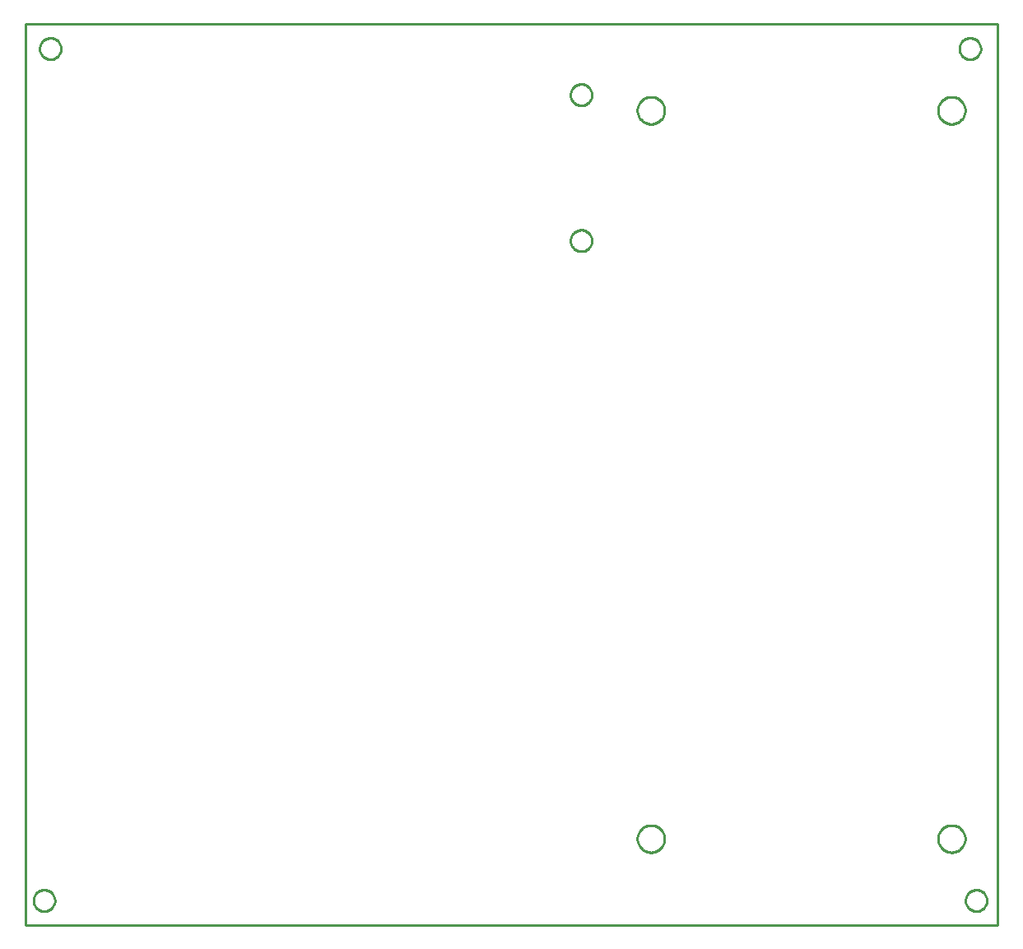
<source format=gbr>
G04 EAGLE Gerber RS-274X export*
G75*
%MOMM*%
%FSLAX34Y34*%
%LPD*%
%IN*%
%IPPOS*%
%AMOC8*
5,1,8,0,0,1.08239X$1,22.5*%
G01*
%ADD10C,0.254000*%


D10*
X0Y0D02*
X1000000Y0D01*
X1000000Y927000D01*
X0Y927000D01*
X0Y0D01*
X982550Y901268D02*
X982482Y900406D01*
X982347Y899552D01*
X982145Y898712D01*
X981878Y897890D01*
X981547Y897091D01*
X981155Y896321D01*
X980703Y895584D01*
X980195Y894885D01*
X979634Y894227D01*
X979023Y893616D01*
X978365Y893055D01*
X977666Y892547D01*
X976929Y892095D01*
X976159Y891703D01*
X975360Y891372D01*
X974538Y891105D01*
X973698Y890903D01*
X972844Y890768D01*
X971982Y890700D01*
X971118Y890700D01*
X970256Y890768D01*
X969402Y890903D01*
X968562Y891105D01*
X967740Y891372D01*
X966941Y891703D01*
X966171Y892095D01*
X965434Y892547D01*
X964735Y893055D01*
X964077Y893616D01*
X963466Y894227D01*
X962905Y894885D01*
X962397Y895584D01*
X961945Y896321D01*
X961553Y897091D01*
X961222Y897890D01*
X960955Y898712D01*
X960753Y899552D01*
X960618Y900406D01*
X960550Y901268D01*
X960550Y902132D01*
X960618Y902994D01*
X960753Y903848D01*
X960955Y904688D01*
X961222Y905510D01*
X961553Y906309D01*
X961945Y907079D01*
X962397Y907816D01*
X962905Y908515D01*
X963466Y909173D01*
X964077Y909784D01*
X964735Y910345D01*
X965434Y910853D01*
X966171Y911305D01*
X966941Y911697D01*
X967740Y912028D01*
X968562Y912295D01*
X969402Y912497D01*
X970256Y912632D01*
X971118Y912700D01*
X971982Y912700D01*
X972844Y912632D01*
X973698Y912497D01*
X974538Y912295D01*
X975360Y912028D01*
X976159Y911697D01*
X976929Y911305D01*
X977666Y910853D01*
X978365Y910345D01*
X979023Y909784D01*
X979634Y909173D01*
X980195Y908515D01*
X980703Y907816D01*
X981155Y907079D01*
X981547Y906309D01*
X981878Y905510D01*
X982145Y904688D01*
X982347Y903848D01*
X982482Y902994D01*
X982550Y902132D01*
X982550Y901268D01*
X988900Y24968D02*
X988832Y24106D01*
X988697Y23252D01*
X988495Y22412D01*
X988228Y21590D01*
X987897Y20791D01*
X987505Y20021D01*
X987053Y19284D01*
X986545Y18585D01*
X985984Y17927D01*
X985373Y17316D01*
X984715Y16755D01*
X984016Y16247D01*
X983279Y15795D01*
X982509Y15403D01*
X981710Y15072D01*
X980888Y14805D01*
X980048Y14603D01*
X979194Y14468D01*
X978332Y14400D01*
X977468Y14400D01*
X976606Y14468D01*
X975752Y14603D01*
X974912Y14805D01*
X974090Y15072D01*
X973291Y15403D01*
X972521Y15795D01*
X971784Y16247D01*
X971085Y16755D01*
X970427Y17316D01*
X969816Y17927D01*
X969255Y18585D01*
X968747Y19284D01*
X968295Y20021D01*
X967903Y20791D01*
X967572Y21590D01*
X967305Y22412D01*
X967103Y23252D01*
X966968Y24106D01*
X966900Y24968D01*
X966900Y25832D01*
X966968Y26694D01*
X967103Y27548D01*
X967305Y28388D01*
X967572Y29210D01*
X967903Y30009D01*
X968295Y30779D01*
X968747Y31516D01*
X969255Y32215D01*
X969816Y32873D01*
X970427Y33484D01*
X971085Y34045D01*
X971784Y34553D01*
X972521Y35005D01*
X973291Y35397D01*
X974090Y35728D01*
X974912Y35995D01*
X975752Y36197D01*
X976606Y36332D01*
X977468Y36400D01*
X978332Y36400D01*
X979194Y36332D01*
X980048Y36197D01*
X980888Y35995D01*
X981710Y35728D01*
X982509Y35397D01*
X983279Y35005D01*
X984016Y34553D01*
X984715Y34045D01*
X985373Y33484D01*
X985984Y32873D01*
X986545Y32215D01*
X987053Y31516D01*
X987505Y30779D01*
X987897Y30009D01*
X988228Y29210D01*
X988495Y28388D01*
X988697Y27548D01*
X988832Y26694D01*
X988900Y25832D01*
X988900Y24968D01*
X30050Y24968D02*
X29982Y24106D01*
X29847Y23252D01*
X29645Y22412D01*
X29378Y21590D01*
X29047Y20791D01*
X28655Y20021D01*
X28203Y19284D01*
X27695Y18585D01*
X27134Y17927D01*
X26523Y17316D01*
X25865Y16755D01*
X25166Y16247D01*
X24429Y15795D01*
X23659Y15403D01*
X22860Y15072D01*
X22038Y14805D01*
X21198Y14603D01*
X20344Y14468D01*
X19482Y14400D01*
X18618Y14400D01*
X17756Y14468D01*
X16902Y14603D01*
X16062Y14805D01*
X15240Y15072D01*
X14441Y15403D01*
X13671Y15795D01*
X12934Y16247D01*
X12235Y16755D01*
X11577Y17316D01*
X10966Y17927D01*
X10405Y18585D01*
X9897Y19284D01*
X9445Y20021D01*
X9053Y20791D01*
X8722Y21590D01*
X8455Y22412D01*
X8253Y23252D01*
X8118Y24106D01*
X8050Y24968D01*
X8050Y25832D01*
X8118Y26694D01*
X8253Y27548D01*
X8455Y28388D01*
X8722Y29210D01*
X9053Y30009D01*
X9445Y30779D01*
X9897Y31516D01*
X10405Y32215D01*
X10966Y32873D01*
X11577Y33484D01*
X12235Y34045D01*
X12934Y34553D01*
X13671Y35005D01*
X14441Y35397D01*
X15240Y35728D01*
X16062Y35995D01*
X16902Y36197D01*
X17756Y36332D01*
X18618Y36400D01*
X19482Y36400D01*
X20344Y36332D01*
X21198Y36197D01*
X22038Y35995D01*
X22860Y35728D01*
X23659Y35397D01*
X24429Y35005D01*
X25166Y34553D01*
X25865Y34045D01*
X26523Y33484D01*
X27134Y32873D01*
X27695Y32215D01*
X28203Y31516D01*
X28655Y30779D01*
X29047Y30009D01*
X29378Y29210D01*
X29645Y28388D01*
X29847Y27548D01*
X29982Y26694D01*
X30050Y25832D01*
X30050Y24968D01*
X36400Y901268D02*
X36332Y900406D01*
X36197Y899552D01*
X35995Y898712D01*
X35728Y897890D01*
X35397Y897091D01*
X35005Y896321D01*
X34553Y895584D01*
X34045Y894885D01*
X33484Y894227D01*
X32873Y893616D01*
X32215Y893055D01*
X31516Y892547D01*
X30779Y892095D01*
X30009Y891703D01*
X29210Y891372D01*
X28388Y891105D01*
X27548Y890903D01*
X26694Y890768D01*
X25832Y890700D01*
X24968Y890700D01*
X24106Y890768D01*
X23252Y890903D01*
X22412Y891105D01*
X21590Y891372D01*
X20791Y891703D01*
X20021Y892095D01*
X19284Y892547D01*
X18585Y893055D01*
X17927Y893616D01*
X17316Y894227D01*
X16755Y894885D01*
X16247Y895584D01*
X15795Y896321D01*
X15403Y897091D01*
X15072Y897890D01*
X14805Y898712D01*
X14603Y899552D01*
X14468Y900406D01*
X14400Y901268D01*
X14400Y902132D01*
X14468Y902994D01*
X14603Y903848D01*
X14805Y904688D01*
X15072Y905510D01*
X15403Y906309D01*
X15795Y907079D01*
X16247Y907816D01*
X16755Y908515D01*
X17316Y909173D01*
X17927Y909784D01*
X18585Y910345D01*
X19284Y910853D01*
X20021Y911305D01*
X20791Y911697D01*
X21590Y912028D01*
X22412Y912295D01*
X23252Y912497D01*
X24106Y912632D01*
X24968Y912700D01*
X25832Y912700D01*
X26694Y912632D01*
X27548Y912497D01*
X28388Y912295D01*
X29210Y912028D01*
X30009Y911697D01*
X30779Y911305D01*
X31516Y910853D01*
X32215Y910345D01*
X32873Y909784D01*
X33484Y909173D01*
X34045Y908515D01*
X34553Y907816D01*
X35005Y907079D01*
X35397Y906309D01*
X35728Y905510D01*
X35995Y904688D01*
X36197Y903848D01*
X36332Y902994D01*
X36400Y902132D01*
X36400Y901268D01*
X571068Y843150D02*
X570206Y843218D01*
X569352Y843353D01*
X568512Y843555D01*
X567690Y843822D01*
X566891Y844153D01*
X566121Y844545D01*
X565384Y844997D01*
X564685Y845505D01*
X564027Y846066D01*
X563416Y846677D01*
X562855Y847335D01*
X562347Y848034D01*
X561895Y848771D01*
X561503Y849541D01*
X561172Y850340D01*
X560905Y851162D01*
X560703Y852002D01*
X560568Y852856D01*
X560500Y853718D01*
X560500Y854582D01*
X560568Y855444D01*
X560703Y856298D01*
X560905Y857138D01*
X561172Y857960D01*
X561503Y858759D01*
X561895Y859529D01*
X562347Y860266D01*
X562855Y860965D01*
X563416Y861623D01*
X564027Y862234D01*
X564685Y862795D01*
X565384Y863303D01*
X566121Y863755D01*
X566891Y864147D01*
X567690Y864478D01*
X568512Y864745D01*
X569352Y864947D01*
X570206Y865082D01*
X571068Y865150D01*
X571932Y865150D01*
X572794Y865082D01*
X573648Y864947D01*
X574488Y864745D01*
X575310Y864478D01*
X576109Y864147D01*
X576879Y863755D01*
X577616Y863303D01*
X578315Y862795D01*
X578973Y862234D01*
X579584Y861623D01*
X580145Y860965D01*
X580653Y860266D01*
X581105Y859529D01*
X581497Y858759D01*
X581828Y857960D01*
X582095Y857138D01*
X582297Y856298D01*
X582432Y855444D01*
X582500Y854582D01*
X582500Y853718D01*
X582432Y852856D01*
X582297Y852002D01*
X582095Y851162D01*
X581828Y850340D01*
X581497Y849541D01*
X581105Y848771D01*
X580653Y848034D01*
X580145Y847335D01*
X579584Y846677D01*
X578973Y846066D01*
X578315Y845505D01*
X577616Y844997D01*
X576879Y844545D01*
X576109Y844153D01*
X575310Y843822D01*
X574488Y843555D01*
X573648Y843353D01*
X572794Y843218D01*
X571932Y843150D01*
X571068Y843150D01*
X571068Y693150D02*
X570206Y693218D01*
X569352Y693353D01*
X568512Y693555D01*
X567690Y693822D01*
X566891Y694153D01*
X566121Y694545D01*
X565384Y694997D01*
X564685Y695505D01*
X564027Y696066D01*
X563416Y696677D01*
X562855Y697335D01*
X562347Y698034D01*
X561895Y698771D01*
X561503Y699541D01*
X561172Y700340D01*
X560905Y701162D01*
X560703Y702002D01*
X560568Y702856D01*
X560500Y703718D01*
X560500Y704582D01*
X560568Y705444D01*
X560703Y706298D01*
X560905Y707138D01*
X561172Y707960D01*
X561503Y708759D01*
X561895Y709529D01*
X562347Y710266D01*
X562855Y710965D01*
X563416Y711623D01*
X564027Y712234D01*
X564685Y712795D01*
X565384Y713303D01*
X566121Y713755D01*
X566891Y714147D01*
X567690Y714478D01*
X568512Y714745D01*
X569352Y714947D01*
X570206Y715082D01*
X571068Y715150D01*
X571932Y715150D01*
X572794Y715082D01*
X573648Y714947D01*
X574488Y714745D01*
X575310Y714478D01*
X576109Y714147D01*
X576879Y713755D01*
X577616Y713303D01*
X578315Y712795D01*
X578973Y712234D01*
X579584Y711623D01*
X580145Y710965D01*
X580653Y710266D01*
X581105Y709529D01*
X581497Y708759D01*
X581828Y707960D01*
X582095Y707138D01*
X582297Y706298D01*
X582432Y705444D01*
X582500Y704582D01*
X582500Y703718D01*
X582432Y702856D01*
X582297Y702002D01*
X582095Y701162D01*
X581828Y700340D01*
X581497Y699541D01*
X581105Y698771D01*
X580653Y698034D01*
X580145Y697335D01*
X579584Y696677D01*
X578973Y696066D01*
X578315Y695505D01*
X577616Y694997D01*
X576879Y694545D01*
X576109Y694153D01*
X575310Y693822D01*
X574488Y693555D01*
X573648Y693353D01*
X572794Y693218D01*
X571932Y693150D01*
X571068Y693150D01*
X953000Y102900D02*
X953998Y102829D01*
X954987Y102686D01*
X955965Y102474D01*
X956924Y102192D01*
X957861Y101843D01*
X958771Y101427D01*
X959648Y100948D01*
X960490Y100407D01*
X961290Y99808D01*
X962046Y99153D01*
X962753Y98446D01*
X963408Y97690D01*
X964007Y96890D01*
X964548Y96048D01*
X965027Y95171D01*
X965443Y94261D01*
X965792Y93324D01*
X966074Y92365D01*
X966286Y91387D01*
X966429Y90398D01*
X966500Y89400D01*
X966500Y88400D01*
X966429Y87403D01*
X966286Y86413D01*
X966074Y85436D01*
X965792Y84476D01*
X965443Y83539D01*
X965027Y82629D01*
X964548Y81752D01*
X964007Y80910D01*
X963408Y80110D01*
X962753Y79354D01*
X962046Y78647D01*
X961290Y77992D01*
X960490Y77393D01*
X959648Y76852D01*
X958771Y76373D01*
X957861Y75957D01*
X956924Y75608D01*
X955965Y75326D01*
X954987Y75114D01*
X953998Y74971D01*
X953000Y74900D01*
X952000Y74900D01*
X951003Y74971D01*
X950013Y75114D01*
X949036Y75326D01*
X948076Y75608D01*
X947139Y75957D01*
X946229Y76373D01*
X945352Y76852D01*
X944510Y77393D01*
X943710Y77992D01*
X942954Y78647D01*
X942247Y79354D01*
X941592Y80110D01*
X940993Y80910D01*
X940452Y81752D01*
X939973Y82629D01*
X939557Y83539D01*
X939208Y84476D01*
X938926Y85436D01*
X938714Y86413D01*
X938571Y87403D01*
X938500Y88400D01*
X938500Y89400D01*
X938571Y90398D01*
X938714Y91387D01*
X938926Y92365D01*
X939208Y93324D01*
X939557Y94261D01*
X939973Y95171D01*
X940452Y96048D01*
X940993Y96890D01*
X941592Y97690D01*
X942247Y98446D01*
X942954Y99153D01*
X943710Y99808D01*
X944510Y100407D01*
X945352Y100948D01*
X946229Y101427D01*
X947139Y101843D01*
X948076Y102192D01*
X949036Y102474D01*
X950013Y102686D01*
X951003Y102829D01*
X952000Y102900D01*
X953000Y102900D01*
X643800Y102900D02*
X644798Y102829D01*
X645787Y102686D01*
X646765Y102474D01*
X647724Y102192D01*
X648661Y101843D01*
X649571Y101427D01*
X650448Y100948D01*
X651290Y100407D01*
X652090Y99808D01*
X652846Y99153D01*
X653553Y98446D01*
X654208Y97690D01*
X654807Y96890D01*
X655348Y96048D01*
X655827Y95171D01*
X656243Y94261D01*
X656592Y93324D01*
X656874Y92365D01*
X657086Y91387D01*
X657229Y90398D01*
X657300Y89400D01*
X657300Y88400D01*
X657229Y87403D01*
X657086Y86413D01*
X656874Y85436D01*
X656592Y84476D01*
X656243Y83539D01*
X655827Y82629D01*
X655348Y81752D01*
X654807Y80910D01*
X654208Y80110D01*
X653553Y79354D01*
X652846Y78647D01*
X652090Y77992D01*
X651290Y77393D01*
X650448Y76852D01*
X649571Y76373D01*
X648661Y75957D01*
X647724Y75608D01*
X646765Y75326D01*
X645787Y75114D01*
X644798Y74971D01*
X643800Y74900D01*
X642800Y74900D01*
X641803Y74971D01*
X640813Y75114D01*
X639836Y75326D01*
X638876Y75608D01*
X637939Y75957D01*
X637029Y76373D01*
X636152Y76852D01*
X635310Y77393D01*
X634510Y77992D01*
X633754Y78647D01*
X633047Y79354D01*
X632392Y80110D01*
X631793Y80910D01*
X631252Y81752D01*
X630773Y82629D01*
X630357Y83539D01*
X630008Y84476D01*
X629726Y85436D01*
X629514Y86413D01*
X629371Y87403D01*
X629300Y88400D01*
X629300Y89400D01*
X629371Y90398D01*
X629514Y91387D01*
X629726Y92365D01*
X630008Y93324D01*
X630357Y94261D01*
X630773Y95171D01*
X631252Y96048D01*
X631793Y96890D01*
X632392Y97690D01*
X633047Y98446D01*
X633754Y99153D01*
X634510Y99808D01*
X635310Y100407D01*
X636152Y100948D01*
X637029Y101427D01*
X637939Y101843D01*
X638876Y102192D01*
X639836Y102474D01*
X640813Y102686D01*
X641803Y102829D01*
X642800Y102900D01*
X643800Y102900D01*
X643800Y852100D02*
X644798Y852029D01*
X645787Y851886D01*
X646765Y851674D01*
X647724Y851392D01*
X648661Y851043D01*
X649571Y850627D01*
X650448Y850148D01*
X651290Y849607D01*
X652090Y849008D01*
X652846Y848353D01*
X653553Y847646D01*
X654208Y846890D01*
X654807Y846090D01*
X655348Y845248D01*
X655827Y844371D01*
X656243Y843461D01*
X656592Y842524D01*
X656874Y841565D01*
X657086Y840587D01*
X657229Y839598D01*
X657300Y838600D01*
X657300Y837600D01*
X657229Y836603D01*
X657086Y835613D01*
X656874Y834636D01*
X656592Y833676D01*
X656243Y832739D01*
X655827Y831829D01*
X655348Y830952D01*
X654807Y830110D01*
X654208Y829310D01*
X653553Y828554D01*
X652846Y827847D01*
X652090Y827192D01*
X651290Y826593D01*
X650448Y826052D01*
X649571Y825573D01*
X648661Y825157D01*
X647724Y824808D01*
X646765Y824526D01*
X645787Y824314D01*
X644798Y824171D01*
X643800Y824100D01*
X642800Y824100D01*
X641803Y824171D01*
X640813Y824314D01*
X639836Y824526D01*
X638876Y824808D01*
X637939Y825157D01*
X637029Y825573D01*
X636152Y826052D01*
X635310Y826593D01*
X634510Y827192D01*
X633754Y827847D01*
X633047Y828554D01*
X632392Y829310D01*
X631793Y830110D01*
X631252Y830952D01*
X630773Y831829D01*
X630357Y832739D01*
X630008Y833676D01*
X629726Y834636D01*
X629514Y835613D01*
X629371Y836603D01*
X629300Y837600D01*
X629300Y838600D01*
X629371Y839598D01*
X629514Y840587D01*
X629726Y841565D01*
X630008Y842524D01*
X630357Y843461D01*
X630773Y844371D01*
X631252Y845248D01*
X631793Y846090D01*
X632392Y846890D01*
X633047Y847646D01*
X633754Y848353D01*
X634510Y849008D01*
X635310Y849607D01*
X636152Y850148D01*
X637029Y850627D01*
X637939Y851043D01*
X638876Y851392D01*
X639836Y851674D01*
X640813Y851886D01*
X641803Y852029D01*
X642800Y852100D01*
X643800Y852100D01*
X953000Y852100D02*
X953998Y852029D01*
X954987Y851886D01*
X955965Y851674D01*
X956924Y851392D01*
X957861Y851043D01*
X958771Y850627D01*
X959648Y850148D01*
X960490Y849607D01*
X961290Y849008D01*
X962046Y848353D01*
X962753Y847646D01*
X963408Y846890D01*
X964007Y846090D01*
X964548Y845248D01*
X965027Y844371D01*
X965443Y843461D01*
X965792Y842524D01*
X966074Y841565D01*
X966286Y840587D01*
X966429Y839598D01*
X966500Y838600D01*
X966500Y837600D01*
X966429Y836603D01*
X966286Y835613D01*
X966074Y834636D01*
X965792Y833676D01*
X965443Y832739D01*
X965027Y831829D01*
X964548Y830952D01*
X964007Y830110D01*
X963408Y829310D01*
X962753Y828554D01*
X962046Y827847D01*
X961290Y827192D01*
X960490Y826593D01*
X959648Y826052D01*
X958771Y825573D01*
X957861Y825157D01*
X956924Y824808D01*
X955965Y824526D01*
X954987Y824314D01*
X953998Y824171D01*
X953000Y824100D01*
X952000Y824100D01*
X951003Y824171D01*
X950013Y824314D01*
X949036Y824526D01*
X948076Y824808D01*
X947139Y825157D01*
X946229Y825573D01*
X945352Y826052D01*
X944510Y826593D01*
X943710Y827192D01*
X942954Y827847D01*
X942247Y828554D01*
X941592Y829310D01*
X940993Y830110D01*
X940452Y830952D01*
X939973Y831829D01*
X939557Y832739D01*
X939208Y833676D01*
X938926Y834636D01*
X938714Y835613D01*
X938571Y836603D01*
X938500Y837600D01*
X938500Y838600D01*
X938571Y839598D01*
X938714Y840587D01*
X938926Y841565D01*
X939208Y842524D01*
X939557Y843461D01*
X939973Y844371D01*
X940452Y845248D01*
X940993Y846090D01*
X941592Y846890D01*
X942247Y847646D01*
X942954Y848353D01*
X943710Y849008D01*
X944510Y849607D01*
X945352Y850148D01*
X946229Y850627D01*
X947139Y851043D01*
X948076Y851392D01*
X949036Y851674D01*
X950013Y851886D01*
X951003Y852029D01*
X952000Y852100D01*
X953000Y852100D01*
M02*

</source>
